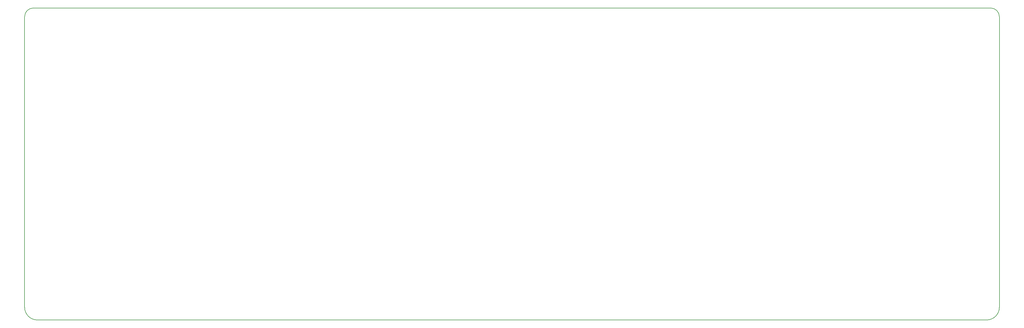
<source format=gm1>
G04 #@! TF.FileFunction,Profile,NP*
%FSLAX46Y46*%
G04 Gerber Fmt 4.6, Leading zero omitted, Abs format (unit mm)*
G04 Created by KiCad (PCBNEW 4.0.7) date 01/28/18 20:53:29*
%MOMM*%
%LPD*%
G01*
G04 APERTURE LIST*
%ADD10C,0.100000*%
%ADD11C,0.150000*%
G04 APERTURE END LIST*
D10*
D11*
X81750000Y-130750000D02*
X380250000Y-130750000D01*
X77750000Y-126750000D02*
G75*
G03X81750000Y-130750000I4000000J0D01*
G01*
X380250000Y-130750000D02*
G75*
G03X384250000Y-126750000I0J4000000D01*
G01*
X77750000Y-35250000D02*
X77750000Y-126750000D01*
X381500000Y-32500000D02*
X80500000Y-32500000D01*
X80500000Y-32500000D02*
G75*
G03X77750000Y-35250000I0J-2750000D01*
G01*
X384250000Y-35250000D02*
X384250000Y-126750000D01*
X384250000Y-35250000D02*
G75*
G03X381500000Y-32500000I-2750000J0D01*
G01*
M02*

</source>
